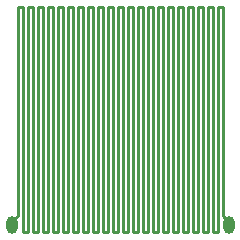
<source format=gtl>
G04*
G04 #@! TF.GenerationSoftware,Altium Limited,Altium Designer,21.4.1 (30)*
G04*
G04 Layer_Physical_Order=1*
G04 Layer_Color=255*
%FSAX44Y44*%
%MOMM*%
G71*
G04*
G04 #@! TF.SameCoordinates,FC3D4518-3266-49AB-992B-672722C8420D*
G04*
G04*
G04 #@! TF.FilePolarity,Positive*
G04*
G01*
G75*
%ADD11O,1.0000X1.5000*%
%ADD14C,0.2540*%
D11*
X00192000Y00010500D02*
D03*
X00008000D02*
D03*
D14*
X00187250Y00018750D02*
Y00195250D01*
Y00018750D02*
X00189000Y00017000D01*
X00011250D02*
X00013000Y00018750D01*
Y00195250D01*
X00017250D01*
X00021500D02*
X00025750D01*
X00030000D02*
X00034250D01*
X00038500D02*
X00042750D01*
X00047000D02*
X00051250D01*
X00055500D02*
X00059750D01*
X00064000D02*
X00068250D01*
X00072500D02*
X00076750D01*
X00081000D02*
X00085250D01*
X00089500D02*
X00093750D01*
X00098000D02*
X00102250D01*
X00106500D02*
X00110750D01*
X00115000D02*
X00119250D01*
X00123500D02*
X00127750D01*
X00132000D02*
X00136250D01*
X00140500D02*
X00144750D01*
X00149000D02*
X00153250D01*
X00157500D02*
X00161750D01*
X00166000D02*
X00170250D01*
X00174500D02*
X00178750D01*
X00183000D02*
X00187250D01*
X00178750Y00005250D02*
X00183000D01*
X00170250D02*
X00174500D01*
X00161750D02*
X00166000D01*
X00153250D02*
X00157500D01*
X00144750D02*
X00149000D01*
X00136250D02*
X00140500D01*
X00127750D02*
X00132000D01*
X00119250D02*
X00123500D01*
X00110750D02*
X00115000D01*
X00102250D02*
X00106500D01*
X00093750D02*
X00098000D01*
X00085250D02*
X00089500D01*
X00076750D02*
X00081000D01*
X00068250D02*
X00072500D01*
X00059750D02*
X00064000D01*
X00051250D02*
X00055500D01*
X00042750D02*
X00047000D01*
X00034250D02*
X00038500D01*
X00025750D02*
X00030000D01*
X00017250D02*
X00021500D01*
X00183000D02*
Y00195250D01*
X00178750Y00005250D02*
Y00195250D01*
X00174500Y00005250D02*
Y00195250D01*
X00170250Y00005250D02*
Y00195250D01*
X00166000Y00005250D02*
Y00195250D01*
X00161750Y00005250D02*
Y00195250D01*
X00157500Y00005250D02*
Y00195250D01*
X00153250Y00005250D02*
Y00195250D01*
X00085250Y00005250D02*
Y00195250D01*
X00089500Y00005250D02*
Y00195250D01*
X00093750Y00005250D02*
Y00195250D01*
X00098000Y00005250D02*
Y00195250D01*
X00115000Y00005250D02*
Y00195250D01*
X00110750Y00005250D02*
Y00195250D01*
X00106500Y00005250D02*
Y00195250D01*
X00102250Y00005250D02*
Y00195250D01*
X00136250Y00005250D02*
Y00195250D01*
X00140500Y00005250D02*
Y00195250D01*
X00144750Y00005250D02*
Y00195250D01*
X00149000Y00005250D02*
Y00195250D01*
X00132000Y00005250D02*
Y00195250D01*
X00127750Y00005250D02*
Y00195250D01*
X00123500Y00005250D02*
Y00195250D01*
X00119250Y00005250D02*
Y00195250D01*
X00051250Y00005250D02*
Y00195250D01*
X00055500Y00005250D02*
Y00195250D01*
X00059750Y00005250D02*
Y00195250D01*
X00064000Y00005250D02*
Y00195250D01*
X00081000Y00005250D02*
Y00195250D01*
X00076750Y00005250D02*
Y00195250D01*
X00072500Y00005250D02*
Y00195250D01*
X00068250Y00005250D02*
Y00195250D01*
X00034250Y00005250D02*
Y00195250D01*
X00038500Y00005250D02*
Y00195250D01*
X00042750Y00005250D02*
Y00195250D01*
X00047000Y00005250D02*
Y00195250D01*
X00030000Y00005250D02*
Y00195250D01*
X00025750Y00005250D02*
Y00195250D01*
X00021500Y00005250D02*
Y00195250D01*
X00017250Y00005250D02*
Y00195250D01*
M02*

</source>
